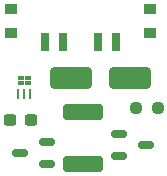
<source format=gtp>
G04 #@! TF.GenerationSoftware,KiCad,Pcbnew,8.0.1*
G04 #@! TF.CreationDate,2025-04-04T09:34:18-04:00*
G04 #@! TF.ProjectId,LVC_Custom,4c56435f-4375-4737-946f-6d2e6b696361,rev?*
G04 #@! TF.SameCoordinates,Original*
G04 #@! TF.FileFunction,Paste,Top*
G04 #@! TF.FilePolarity,Positive*
%FSLAX46Y46*%
G04 Gerber Fmt 4.6, Leading zero omitted, Abs format (unit mm)*
G04 Created by KiCad (PCBNEW 8.0.1) date 2025-04-04 09:34:18*
%MOMM*%
%LPD*%
G01*
G04 APERTURE LIST*
G04 Aperture macros list*
%AMRoundRect*
0 Rectangle with rounded corners*
0 $1 Rounding radius*
0 $2 $3 $4 $5 $6 $7 $8 $9 X,Y pos of 4 corners*
0 Add a 4 corners polygon primitive as box body*
4,1,4,$2,$3,$4,$5,$6,$7,$8,$9,$2,$3,0*
0 Add four circle primitives for the rounded corners*
1,1,$1+$1,$2,$3*
1,1,$1+$1,$4,$5*
1,1,$1+$1,$6,$7*
1,1,$1+$1,$8,$9*
0 Add four rect primitives between the rounded corners*
20,1,$1+$1,$2,$3,$4,$5,0*
20,1,$1+$1,$4,$5,$6,$7,0*
20,1,$1+$1,$6,$7,$8,$9,0*
20,1,$1+$1,$8,$9,$2,$3,0*%
G04 Aperture macros list end*
%ADD10RoundRect,0.150000X-0.512500X-0.150000X0.512500X-0.150000X0.512500X0.150000X-0.512500X0.150000X0*%
%ADD11R,0.711200X1.498600*%
%ADD12R,0.990600X0.812800*%
%ADD13RoundRect,0.087500X0.172500X-0.087500X0.172500X0.087500X-0.172500X0.087500X-0.172500X-0.087500X0*%
%ADD14RoundRect,0.062500X0.062500X-0.325000X0.062500X0.325000X-0.062500X0.325000X-0.062500X-0.325000X0*%
%ADD15RoundRect,0.250000X-1.450000X0.400000X-1.450000X-0.400000X1.450000X-0.400000X1.450000X0.400000X0*%
%ADD16RoundRect,0.150000X0.512500X0.150000X-0.512500X0.150000X-0.512500X-0.150000X0.512500X-0.150000X0*%
%ADD17RoundRect,0.250000X-1.500000X-0.650000X1.500000X-0.650000X1.500000X0.650000X-1.500000X0.650000X0*%
%ADD18RoundRect,0.237500X0.250000X0.237500X-0.250000X0.237500X-0.250000X-0.237500X0.250000X-0.237500X0*%
%ADD19RoundRect,0.237500X-0.300000X-0.237500X0.300000X-0.237500X0.300000X0.237500X-0.300000X0.237500X0*%
G04 APERTURE END LIST*
D10*
X146025000Y-118950000D03*
X146025000Y-120850000D03*
X148300000Y-119900000D03*
D11*
X145799999Y-111151900D03*
X144300000Y-111151900D03*
X141300000Y-111151900D03*
X139800001Y-111151900D03*
D12*
X148699998Y-110451899D03*
X136900002Y-110451899D03*
X148699998Y-108351900D03*
X136900002Y-108351900D03*
D13*
X137700000Y-114650000D03*
X138350000Y-114650000D03*
X137700000Y-114192800D03*
X138350000Y-114192800D03*
D14*
X137525000Y-115583900D03*
X138025000Y-115583900D03*
X138525000Y-115583900D03*
D15*
X143000000Y-117075000D03*
X143000000Y-121525000D03*
D16*
X139937500Y-121550000D03*
X139937500Y-119650000D03*
X137662500Y-120600000D03*
D17*
X142000000Y-114200000D03*
X147000000Y-114200000D03*
D18*
X149300000Y-116800000D03*
X147475000Y-116800000D03*
D19*
X136837500Y-117750000D03*
X138562500Y-117750000D03*
M02*

</source>
